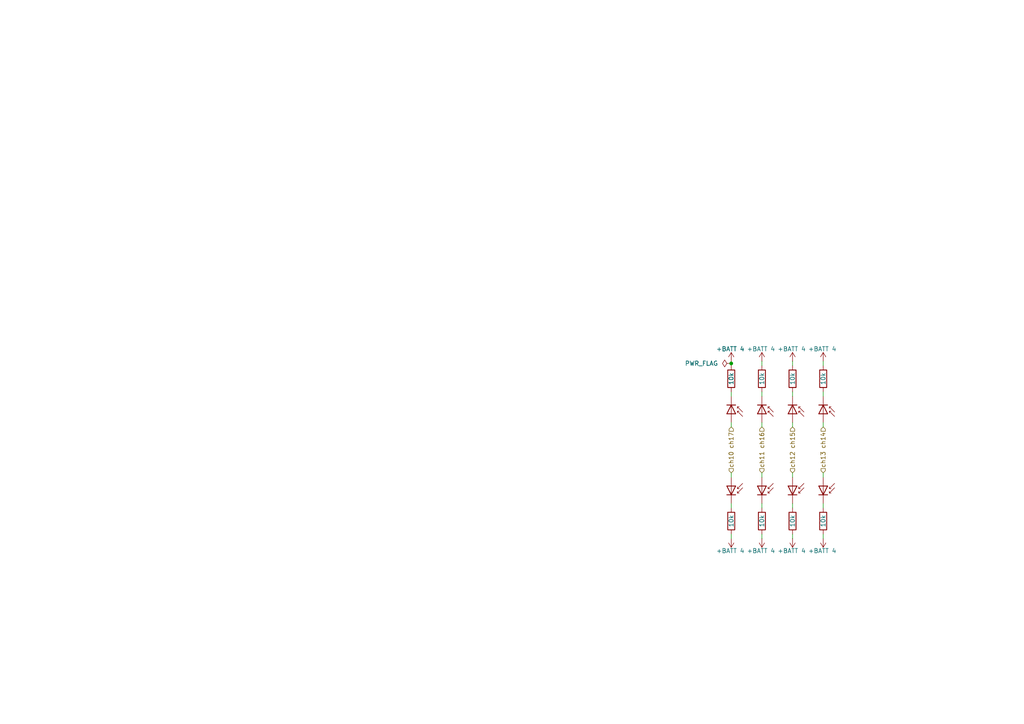
<source format=kicad_sch>
(kicad_sch (version 20231120) (generator "eeschema") (generator_version "8.0")
  (paper "A4")
  (lib_symbols
    (symbol "Device:D_SiPM" (pin_numbers hide) (pin_names hide)
      (property "Reference" "D" (at 1.778 1.778 0))
      (property "Value" "D_SiPM" (at 0.254 -2.794 0))
      (symbol "D_SiPM_0_1"
        (polyline (pts (xy -1.27 0) (xy 1.27 0)))
        (polyline (pts (xy -1.27 1.27) (xy -1.27 -1.27)) (stroke (width 0.254)))
        (polyline (pts (xy -0.762 1.778) (xy -0.254 1.778)))
        (polyline (pts (xy 1.27 1.27) (xy 1.27 -1.27)) (stroke (width 0.254)))
        (polyline (pts (xy 0.762 3.302) (xy -0.762 1.778) (xy -0.762 2.286)))
        (polyline (pts (xy 1.27 1.27) (xy -1.27 0) (xy 1.27 -1.27)) (stroke (width 0.254)))
        (polyline (pts (xy 2.032 3.302) (xy 0.508 1.778) (xy 0.508 2.286) (xy 0.508 1.778) (xy 1.016 1.778)))
      )
      (symbol "D_SiPM_1_1"
        (pin passive line (at -3.81 0 0) (length 2.54) (name "K") (number "1"))
        (pin passive line (at 3.81 0 180) (length 2.54) (name "A") (number "2"))
      )
    )
    (symbol "Device:R" (pin_numbers hide) (pin_names (offset 0))
      (property "Reference" "R" (at 2.032 0 90))
      (property "Value" "R" (at 0 0 90))
      (symbol "R_0_1"
        (rectangle (start -1.016 -2.54) (end 1.016 2.54) (stroke (width 0.254)))
      )
      (symbol "R_1_1"
        (pin passive line (at 0 3.81 270) (length 1.27) (name "~") (number "1"))
        (pin passive line (at 0 -3.81 90) (length 1.27) (name "~") (number "2"))
      )
    )
    (symbol "power:+BATT" (power) (pin_numbers hide) (pin_names (offset 0) hide)
      (property "Value" "+BATT" (at 0 3.556 0))
      (symbol "+BATT_0_1"
        (polyline (pts (xy -0.762 1.27) (xy 0 2.54)))
        (polyline (pts (xy 0 0) (xy 0 2.54)))
        (polyline (pts (xy 0 2.54) (xy 0.762 1.27)))
      )
      (symbol "+BATT_1_1"
        (pin power_in line (at 0 0 90) (length 0) (name "~") (number "1"))
      )
    )
    (symbol "power:PWR_FLAG" (power) (pin_numbers hide) (pin_names (offset 0) hide)
      (property "Value" "PWR_FLAG" (at 0 3.81 0))
      (symbol "PWR_FLAG_0_0"
        (pin power_out line (at 0 0 90) (length 0) (name "~") (number "1"))
      )
      (symbol "PWR_FLAG_0_1"
        (polyline (pts (xy 0 0) (xy 0 1.27) (xy -1.016 1.905) (xy 0 2.54) (xy 1.016 1.905) (xy 0 1.27)))
      )
    )
  )
  (junction (at 212.09 105.41))
  (wire (pts (xy 238.76 146.05) (xy 238.76 147.32)))
  (wire (pts (xy 220.98 154.94) (xy 220.98 156.21)))
  (wire (pts (xy 238.76 137.16) (xy 238.76 138.43)))
  (wire (pts (xy 212.09 146.05) (xy 212.09 147.32)))
  (wire (pts (xy 229.87 137.16) (xy 229.87 138.43)))
  (wire (pts (xy 229.87 123.825) (xy 229.87 122.555)))
  (wire (pts (xy 220.98 114.935) (xy 220.98 113.665)))
  (wire (pts (xy 229.87 154.94) (xy 229.87 156.21)))
  (wire (pts (xy 220.98 123.825) (xy 220.98 122.555)))
  (wire (pts (xy 212.09 154.94) (xy 212.09 156.21)))
  (wire (pts (xy 212.09 123.825) (xy 212.09 122.555)))
  (wire (pts (xy 238.76 123.825) (xy 238.76 122.555)))
  (wire (pts (xy 238.76 114.935) (xy 238.76 113.665)))
  (wire (pts (xy 212.09 105.41) (xy 212.09 104.775)))
  (wire (pts (xy 238.76 154.94) (xy 238.76 156.21)))
  (wire (pts (xy 212.09 106.045) (xy 212.09 105.41)))
  (wire (pts (xy 238.76 106.045) (xy 238.76 104.775)))
  (wire (pts (xy 229.87 114.935) (xy 229.87 113.665)))
  (wire (pts (xy 220.98 106.045) (xy 220.98 104.775)))
  (wire (pts (xy 220.98 146.05) (xy 220.98 147.32)))
  (wire (pts (xy 212.09 137.16) (xy 212.09 138.43)))
  (wire (pts (xy 220.98 137.16) (xy 220.98 138.43)))
  (wire (pts (xy 229.87 146.05) (xy 229.87 147.32)))
  (wire (pts (xy 212.09 114.935) (xy 212.09 113.665)))
  (wire (pts (xy 229.87 106.045) (xy 229.87 104.775)))
  (hierarchical_label "ch14" (shape input) (at 238.76 123.825 270))
  (hierarchical_label "ch12" (shape input) (at 229.87 137.16 90))
  (hierarchical_label "ch15" (shape input) (at 229.87 123.825 270))
  (hierarchical_label "ch10" (shape input) (at 212.09 137.16 90))
  (hierarchical_label "ch13" (shape input) (at 238.76 137.16 90))
  (hierarchical_label "ch16" (shape input) (at 220.98 123.825 270))
  (hierarchical_label "ch11" (shape input) (at 220.98 137.16 90))
  (hierarchical_label "ch17" (shape input) (at 212.09 123.825 270))
  (symbol (lib_id "Device:R") (at 220.98 109.855 0) (unit 1)
    (property "Reference" "R43" (effects (hide yes)))
    (property "Value" "10k" (at 220.98 109.855 90))
    (property "Footprint" "kicad-mza:0603" (effects (hide yes)))
    (property "Description" "Resistor" (effects (hide yes)))
  )
  (symbol (lib_id "Device:D_SiPM") (at 229.87 142.24 270) (mirror x) (unit 1)
    (property "Reference" "D46" (effects (hide yes)))
    (property "Value" "D_SiPM" (effects (hide yes)))
    (property "Footprint" "kicad-mza:Hamamatsu_S10362-11-100P-plus" (effects (hide yes)))
    (property "Description" "Silicon photomultiplier" (effects (hide yes)))
  )
  (symbol (lib_id "power:+BATT") (at 212.09 104.775 0) (unit 1)
    (property "Reference" "#PWR041" (effects (hide yes)))
    (property "Value" "+BATT 4" (at 211.836 101.219 0))
    (property "Description" "Power symbol creates a global label with name \"+BATT\"" (effects (hide yes)))
  )
  (symbol (lib_id "power:+BATT") (at 238.76 156.21 0) (mirror x) (unit 1)
    (property "Reference" "#PWR048" (effects (hide yes)))
    (property "Value" "+BATT 4" (at 238.506 159.766 0))
    (property "Description" "Power symbol creates a global label with name \"+BATT\"" (effects (hide yes)))
  )
  (symbol (lib_id "power:+BATT") (at 238.76 104.775 0) (unit 1)
    (property "Reference" "#PWR047" (effects (hide yes)))
    (property "Value" "+BATT 4" (at 238.506 101.219 0))
    (property "Description" "Power symbol creates a global label with name \"+BATT\"" (effects (hide yes)))
  )
  (symbol (lib_id "Device:R") (at 212.09 151.13 0) (mirror x) (unit 1)
    (property "Reference" "R42" (effects (hide yes)))
    (property "Value" "10k" (at 212.09 151.13 90))
    (property "Footprint" "kicad-mza:0603" (effects (hide yes)))
    (property "Description" "Resistor" (effects (hide yes)))
  )
  (symbol (lib_id "Device:R") (at 238.76 151.13 0) (mirror x) (unit 1)
    (property "Reference" "R48" (effects (hide yes)))
    (property "Value" "10k" (at 238.76 151.13 90))
    (property "Footprint" "kicad-mza:0603" (effects (hide yes)))
    (property "Description" "Resistor" (effects (hide yes)))
  )
  (symbol (lib_id "Device:D_SiPM") (at 212.09 118.745 270) (unit 1)
    (property "Reference" "D41" (effects (hide yes)))
    (property "Value" "D_SiPM" (effects (hide yes)))
    (property "Footprint" "kicad-mza:Hamamatsu_S10362-11-100P-plus" (effects (hide yes)))
    (property "Description" "Silicon photomultiplier" (effects (hide yes)))
  )
  (symbol (lib_id "Device:D_SiPM") (at 212.09 142.24 270) (mirror x) (unit 1)
    (property "Reference" "D42" (effects (hide yes)))
    (property "Value" "D_SiPM" (effects (hide yes)))
    (property "Footprint" "kicad-mza:Hamamatsu_S10362-11-100P-plus" (effects (hide yes)))
    (property "Description" "Silicon photomultiplier" (effects (hide yes)))
  )
  (symbol (lib_id "Device:R") (at 229.87 151.13 0) (mirror x) (unit 1)
    (property "Reference" "R46" (effects (hide yes)))
    (property "Value" "10k" (at 229.87 151.13 90))
    (property "Footprint" "kicad-mza:0603" (effects (hide yes)))
    (property "Description" "Resistor" (effects (hide yes)))
  )
  (symbol (lib_id "Device:R") (at 212.09 109.855 0) (unit 1)
    (property "Reference" "R41" (effects (hide yes)))
    (property "Value" "10k" (at 212.09 109.855 90))
    (property "Footprint" "kicad-mza:0603" (effects (hide yes)))
    (property "Description" "Resistor" (effects (hide yes)))
  )
  (symbol (lib_id "Device:D_SiPM") (at 238.76 118.745 270) (unit 1)
    (property "Reference" "D47" (effects (hide yes)))
    (property "Value" "D_SiPM" (effects (hide yes)))
    (property "Footprint" "kicad-mza:Hamamatsu_S10362-11-100P-plus" (effects (hide yes)))
    (property "Description" "Silicon photomultiplier" (effects (hide yes)))
  )
  (symbol (lib_id "power:+BATT") (at 229.87 156.21 0) (mirror x) (unit 1)
    (property "Reference" "#PWR046" (effects (hide yes)))
    (property "Value" "+BATT 4" (at 229.616 159.766 0))
    (property "Description" "Power symbol creates a global label with name \"+BATT\"" (effects (hide yes)))
  )
  (symbol (lib_id "power:+BATT") (at 212.09 156.21 0) (mirror x) (unit 1)
    (property "Reference" "#PWR042" (effects (hide yes)))
    (property "Value" "+BATT 4" (at 211.836 159.766 0))
    (property "Description" "Power symbol creates a global label with name \"+BATT\"" (effects (hide yes)))
  )
  (symbol (lib_id "power:+BATT") (at 220.98 104.775 0) (unit 1)
    (property "Reference" "#PWR043" (effects (hide yes)))
    (property "Value" "+BATT 4" (at 220.726 101.219 0))
    (property "Description" "Power symbol creates a global label with name \"+BATT\"" (effects (hide yes)))
  )
  (symbol (lib_id "power:+BATT") (at 220.98 156.21 0) (mirror x) (unit 1)
    (property "Reference" "#PWR044" (effects (hide yes)))
    (property "Value" "+BATT 4" (at 220.726 159.766 0))
    (property "Description" "Power symbol creates a global label with name \"+BATT\"" (effects (hide yes)))
  )
  (symbol (lib_id "Device:D_SiPM") (at 220.98 142.24 270) (mirror x) (unit 1)
    (property "Reference" "D44" (effects (hide yes)))
    (property "Value" "D_SiPM" (effects (hide yes)))
    (property "Footprint" "kicad-mza:Hamamatsu_S10362-11-100P-plus" (effects (hide yes)))
    (property "Description" "Silicon photomultiplier" (effects (hide yes)))
  )
  (symbol (lib_id "Device:D_SiPM") (at 220.98 118.745 270) (unit 1)
    (property "Reference" "D43" (effects (hide yes)))
    (property "Value" "D_SiPM" (effects (hide yes)))
    (property "Footprint" "kicad-mza:Hamamatsu_S10362-11-100P-plus" (effects (hide yes)))
    (property "Description" "Silicon photomultiplier" (effects (hide yes)))
  )
  (symbol (lib_id "Device:D_SiPM") (at 229.87 118.745 270) (unit 1)
    (property "Reference" "D45" (effects (hide yes)))
    (property "Value" "D_SiPM" (effects (hide yes)))
    (property "Footprint" "kicad-mza:Hamamatsu_S10362-11-100P-plus" (effects (hide yes)))
    (property "Description" "Silicon photomultiplier" (effects (hide yes)))
  )
  (symbol (lib_id "Device:R") (at 238.76 109.855 0) (unit 1)
    (property "Reference" "R47" (effects (hide yes)))
    (property "Value" "10k" (at 238.76 109.855 90))
    (property "Footprint" "kicad-mza:0603" (effects (hide yes)))
    (property "Description" "Resistor" (effects (hide yes)))
  )
  (symbol (lib_id "Device:R") (at 220.98 151.13 0) (mirror x) (unit 1)
    (property "Reference" "R44" (effects (hide yes)))
    (property "Value" "10k" (at 220.98 151.13 90))
    (property "Footprint" "kicad-mza:0603" (effects (hide yes)))
    (property "Description" "Resistor" (effects (hide yes)))
  )
  (symbol (lib_id "Device:D_SiPM") (at 238.76 142.24 270) (mirror x) (unit 1)
    (property "Reference" "D48" (effects (hide yes)))
    (property "Value" "D_SiPM" (effects (hide yes)))
    (property "Footprint" "kicad-mza:Hamamatsu_S10362-11-100P-plus" (effects (hide yes)))
    (property "Description" "Silicon photomultiplier" (effects (hide yes)))
  )
  (symbol (lib_id "power:PWR_FLAG") (at 212.09 105.41 90) (unit 1)
    (property "Reference" "#FLG05" (effects (hide yes)))
    (property "Value" "PWR_FLAG" (at 208.28 105.4099 90) (effects (justify left)))
    (property "Description" "Special symbol for telling ERC where power comes from" (effects (hide yes)))
  )
  (symbol (lib_id "power:+BATT") (at 229.87 104.775 0) (unit 1)
    (property "Reference" "#PWR045" (effects (hide yes)))
    (property "Value" "+BATT 4" (at 229.616 101.219 0))
    (property "Description" "Power symbol creates a global label with name \"+BATT\"" (effects (hide yes)))
  )
  (symbol (lib_id "Device:R") (at 229.87 109.855 0) (unit 1)
    (property "Reference" "R45" (effects (hide yes)))
    (property "Value" "10k" (at 229.87 109.855 90))
    (property "Footprint" "kicad-mza:0603" (effects (hide yes)))
    (property "Description" "Resistor" (effects (hide yes)))
  )
)
</source>
